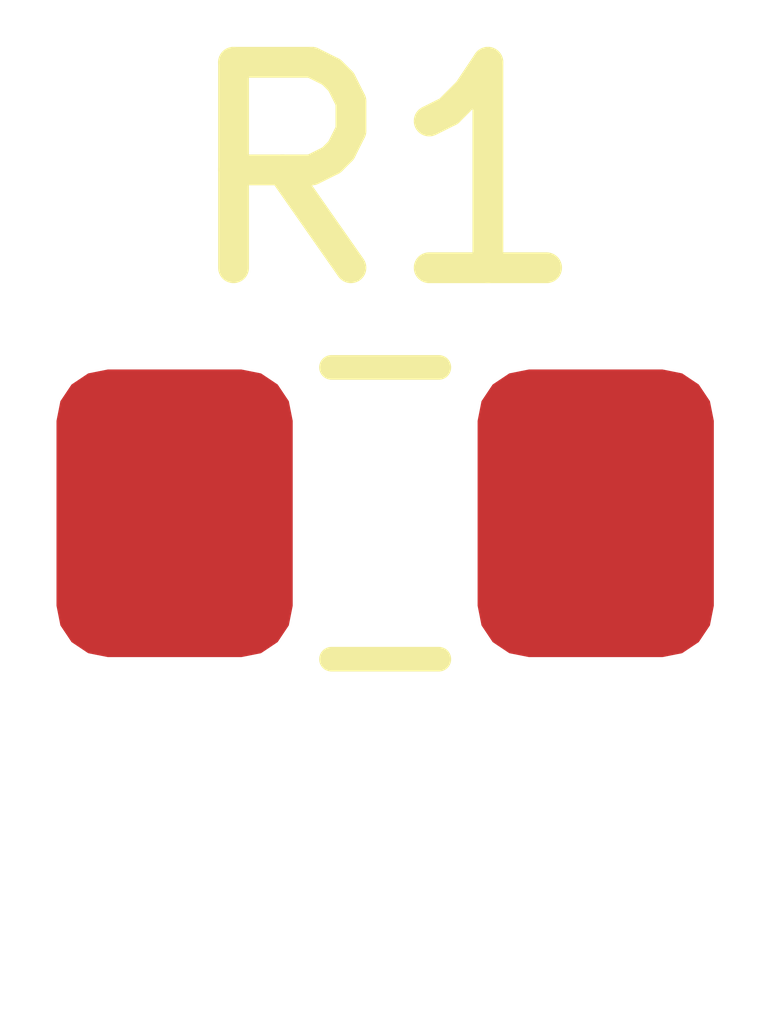
<source format=kicad_pcb>
(kicad_pcb (version 20171130) (host pcbnew 5.1.6)

  (general
    (thickness 1.6002)
    (drawings 0)
    (tracks 0)
    (zones 0)
    (modules 1)
    (nets 2)
  )

  (page A4)
  (title_block
    (rev 1)
  )

  (layers
    (0 Front signal)
    (31 Back signal)
    (34 B.Paste user)
    (35 F.Paste user)
    (36 B.SilkS user)
    (37 F.SilkS user)
    (38 B.Mask user)
    (39 F.Mask user)
    (44 Edge.Cuts user)
    (45 Margin user)
    (46 B.CrtYd user)
    (47 F.CrtYd user)
    (49 F.Fab user)
  )

  (setup
    (last_trace_width 0.25)
    (user_trace_width 0.1)
    (user_trace_width 0.2)
    (user_trace_width 0.5)
    (trace_clearance 0.25)
    (zone_clearance 0.508)
    (zone_45_only no)
    (trace_min 0.1)
    (via_size 0.8)
    (via_drill 0.4)
    (via_min_size 0.45)
    (via_min_drill 0.2)
    (user_via 0.45 0.2)
    (user_via 0.8 0.4)
    (uvia_size 0.8)
    (uvia_drill 0.4)
    (uvias_allowed no)
    (uvia_min_size 0)
    (uvia_min_drill 0)
    (edge_width 0.1)
    (segment_width 0.1)
    (pcb_text_width 0.3)
    (pcb_text_size 1.5 1.5)
    (mod_edge_width 0.1)
    (mod_text_size 0.8 0.8)
    (mod_text_width 0.1)
    (pad_size 1.524 1.524)
    (pad_drill 0.762)
    (pad_to_mask_clearance 0)
    (solder_mask_min_width 0.1)
    (aux_axis_origin 0 0)
    (visible_elements FFFFFF7F)
    (pcbplotparams
      (layerselection 0x010fc_ffffffff)
      (usegerberextensions false)
      (usegerberattributes false)
      (usegerberadvancedattributes false)
      (creategerberjobfile false)
      (excludeedgelayer true)
      (linewidth 0.152400)
      (plotframeref false)
      (viasonmask false)
      (mode 1)
      (useauxorigin false)
      (hpglpennumber 1)
      (hpglpenspeed 20)
      (hpglpendiameter 15.000000)
      (psnegative false)
      (psa4output false)
      (plotreference true)
      (plotvalue false)
      (plotinvisibletext false)
      (padsonsilk false)
      (subtractmaskfromsilk true)
      (outputformat 1)
      (mirror false)
      (drillshape 0)
      (scaleselection 1)
      (outputdirectory "./gerbers_for_aisler"))
  )

  (net 0 "")
  (net 1 "Net-(R1-Pad1)")

  (net_class Default "This is the default net class."
    (clearance 0.25)
    (trace_width 0.25)
    (via_dia 0.8)
    (via_drill 0.4)
    (uvia_dia 0.8)
    (uvia_drill 0.4)
    (diff_pair_width 0.25)
    (diff_pair_gap 0.25)
    (add_net "Net-(R1-Pad1)")
  )

  (net_class Min "This is the bare minimum allowed."
    (clearance 0.1)
    (trace_width 0.1)
    (via_dia 0.45)
    (via_drill 0.2)
    (uvia_dia 0.45)
    (uvia_drill 0.2)
    (diff_pair_width 0.12)
    (diff_pair_gap 0.12)
  )

  (module mini-mapper:R_0805 (layer Front) (tedit 5EF617F0) (tstamp 5EF64DD0)
    (at 119 107.4)
    (descr "Resistor SMD 0805 (2012 Metric), square (rectangular) end terminal, IPC_7351 nominal with elongated pad for handsoldering. (Body size source: https://docs.google.com/spreadsheets/d/1BsfQQcO9C6DZCsRaXUlFlo91Tg2WpOkGARC1WS5S8t0/edit?usp=sharing), generated with kicad-footprint-generator")
    (tags "resistor handsolder")
    (path /5EF64F9D)
    (attr smd)
    (fp_text reference R1 (at 0 -1.65) (layer F.SilkS)
      (effects (font (size 1 1) (thickness 0.15)))
    )
    (fp_text value R (at 0 1.65) (layer F.Fab)
      (effects (font (size 1 1) (thickness 0.15)))
    )
    (fp_line (start 1.85 0.95) (end -1.85 0.95) (layer F.CrtYd) (width 0.05))
    (fp_line (start 1.85 -0.95) (end 1.85 0.95) (layer F.CrtYd) (width 0.05))
    (fp_line (start -1.85 -0.95) (end 1.85 -0.95) (layer F.CrtYd) (width 0.05))
    (fp_line (start -1.85 0.95) (end -1.85 -0.95) (layer F.CrtYd) (width 0.05))
    (fp_line (start -0.261252 0.71) (end 0.261252 0.71) (layer F.SilkS) (width 0.12))
    (fp_line (start -0.261252 -0.71) (end 0.261252 -0.71) (layer F.SilkS) (width 0.12))
    (fp_line (start 1 0.6) (end -1 0.6) (layer F.Fab) (width 0.1))
    (fp_line (start 1 -0.6) (end 1 0.6) (layer F.Fab) (width 0.1))
    (fp_line (start -1 -0.6) (end 1 -0.6) (layer F.Fab) (width 0.1))
    (fp_line (start -1 0.6) (end -1 -0.6) (layer F.Fab) (width 0.1))
    (fp_text user %R (at 0 0) (layer F.Fab)
      (effects (font (size 0.5 0.5) (thickness 0.08)))
    )
    (pad 1 smd roundrect (at -1.025 0) (size 1.15 1.4) (layers Front F.Paste F.Mask) (roundrect_rratio 0.217391)
      (net 1 "Net-(R1-Pad1)"))
    (pad 2 smd roundrect (at 1.025 0) (size 1.15 1.4) (layers Front F.Paste F.Mask) (roundrect_rratio 0.217391)
      (net 1 "Net-(R1-Pad1)"))
    (model ${KIPRJMOD}/../../lib/3dpackages/R_0805_2012Metric.step
      (at (xyz 0 0 0))
      (scale (xyz 1 1 1))
      (rotate (xyz 0 0 0))
    )
  )

)

</source>
